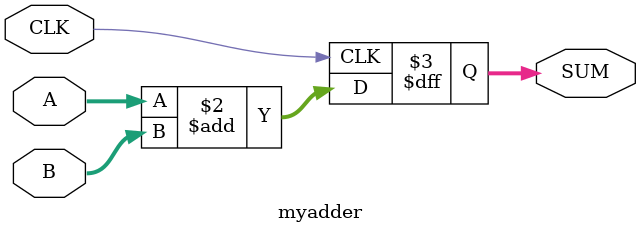
<source format=v>
`timescale 1ns / 1ps


module myadder(
    input CLK,
    input [7:0] A,
    input [7:0] B,
    output reg [8:0] SUM    
    );
    
    always @(posedge CLK)
    
    begin
        SUM = A + B;
    end
    
    
    
endmodule

</source>
